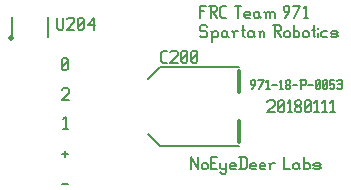
<source format=gbr>
G04 start of page 8 for group -4079 idx -4079 *
G04 Title: led, topsilk *
G04 Creator: pcb 20140316 *
G04 CreationDate: Fri 12 Jan 2018 06:22:56 AM GMT UTC *
G04 For: brian *
G04 Format: Gerber/RS-274X *
G04 PCB-Dimensions (mil): 6000.00 5000.00 *
G04 PCB-Coordinate-Origin: lower left *
%MOIN*%
%FSLAX25Y25*%
%LNTOPSILK*%
%ADD55C,0.0120*%
%ADD54C,0.0200*%
%ADD53C,0.0080*%
G54D53*X70500Y380060D02*X72460D01*
X70500Y390060D02*X72460D01*
X71480Y391040D02*Y389080D01*
X139000Y407530D02*X139490Y408020D01*
X140960D01*
X141450Y407530D01*
Y406550D01*
X139000Y404100D02*X141450Y406550D01*
X139000Y404100D02*X141450D01*
X142626Y404590D02*X143116Y404100D01*
X142626Y407530D02*Y404590D01*
Y407530D02*X143116Y408020D01*
X144096D01*
X144586Y407530D01*
Y404590D01*
X144096Y404100D02*X144586Y404590D01*
X143116Y404100D02*X144096D01*
X142626Y405080D02*X144586Y407040D01*
X145762Y407236D02*X146546Y408020D01*
Y404100D01*
X145762D02*X147232D01*
X148408Y404590D02*X148898Y404100D01*
X148408Y405374D02*Y404590D01*
Y405374D02*X149094Y406060D01*
X149682D01*
X150368Y405374D01*
Y404590D01*
X149878Y404100D02*X150368Y404590D01*
X148898Y404100D02*X149878D01*
X148408Y406746D02*X149094Y406060D01*
X148408Y407530D02*Y406746D01*
Y407530D02*X148898Y408020D01*
X149878D01*
X150368Y407530D01*
Y406746D01*
X149682Y406060D02*X150368Y406746D01*
X151544Y404590D02*X152034Y404100D01*
X151544Y407530D02*Y404590D01*
Y407530D02*X152034Y408020D01*
X153014D01*
X153504Y407530D01*
Y404590D01*
X153014Y404100D02*X153504Y404590D01*
X152034Y404100D02*X153014D01*
X151544Y405080D02*X153504Y407040D01*
X154680Y407236D02*X155464Y408020D01*
Y404100D01*
X154680D02*X156150D01*
X157326Y407236D02*X158110Y408020D01*
Y404100D01*
X157326D02*X158796D01*
X159972Y407236D02*X160756Y408020D01*
Y404100D01*
X159972D02*X161442D01*
X133875Y411750D02*X135000Y413250D01*
Y414375D02*Y413250D01*
X134625Y414750D02*X135000Y414375D01*
X133875Y414750D02*X134625D01*
X133500Y414375D02*X133875Y414750D01*
X133500Y414375D02*Y413625D01*
X133875Y413250D01*
X135000D01*
X136275Y411750D02*X137775Y414750D01*
X135900D02*X137775D01*
X138675Y414150D02*X139275Y414750D01*
Y411750D01*
X138675D02*X139800D01*
X140700Y413250D02*X142200D01*
X143100Y414150D02*X143700Y414750D01*
Y411750D01*
X143100D02*X144225D01*
X145125Y412125D02*X145500Y411750D01*
X145125Y412725D02*Y412125D01*
Y412725D02*X145650Y413250D01*
X146100D01*
X146625Y412725D01*
Y412125D01*
X146250Y411750D02*X146625Y412125D01*
X145500Y411750D02*X146250D01*
X145125Y413775D02*X145650Y413250D01*
X145125Y414375D02*Y413775D01*
Y414375D02*X145500Y414750D01*
X146250D01*
X146625Y414375D01*
Y413775D01*
X146100Y413250D02*X146625Y413775D01*
X147525Y413250D02*X149025D01*
X150300Y414750D02*Y411750D01*
X149925Y414750D02*X151425D01*
X151800Y414375D01*
Y413625D01*
X151425Y413250D02*X151800Y413625D01*
X150300Y413250D02*X151425D01*
X152700D02*X154200D01*
X155100Y412125D02*X155475Y411750D01*
X155100Y414375D02*Y412125D01*
Y414375D02*X155475Y414750D01*
X156225D01*
X156600Y414375D01*
Y412125D01*
X156225Y411750D02*X156600Y412125D01*
X155475Y411750D02*X156225D01*
X155100Y412500D02*X156600Y414000D01*
X157500Y412125D02*X157875Y411750D01*
X157500Y414375D02*Y412125D01*
Y414375D02*X157875Y414750D01*
X158625D01*
X159000Y414375D01*
Y412125D01*
X158625Y411750D02*X159000Y412125D01*
X157875Y411750D02*X158625D01*
X157500Y412500D02*X159000Y414000D01*
X159900Y414750D02*X161400D01*
X159900D02*Y413250D01*
X160275Y413625D01*
X161025D01*
X161400Y413250D01*
Y412125D01*
X161025Y411750D02*X161400Y412125D01*
X160275Y411750D02*X161025D01*
X159900Y412125D02*X160275Y411750D01*
X162300Y414375D02*X162675Y414750D01*
X163425D01*
X163800Y414375D01*
X163425Y411750D02*X163800Y412125D01*
X162675Y411750D02*X163425D01*
X162300Y412125D02*X162675Y411750D01*
Y413400D02*X163425D01*
X163800Y414375D02*Y413775D01*
Y413025D02*Y412125D01*
Y413025D02*X163425Y413400D01*
X163800Y413775D02*X163425Y413400D01*
X116500Y439520D02*Y435600D01*
Y439520D02*X118460D01*
X116500Y437756D02*X117970D01*
X119636Y439520D02*X121596D01*
X122086Y439030D01*
Y438050D01*
X121596Y437560D02*X122086Y438050D01*
X120126Y437560D02*X121596D01*
X120126Y439520D02*Y435600D01*
X120910Y437560D02*X122086Y435600D01*
X123948D02*X125222D01*
X123262Y436286D02*X123948Y435600D01*
X123262Y438834D02*Y436286D01*
Y438834D02*X123948Y439520D01*
X125222D01*
X128162D02*X130122D01*
X129142D02*Y435600D01*
X131788D02*X133258D01*
X131298Y436090D02*X131788Y435600D01*
X131298Y437070D02*Y436090D01*
Y437070D02*X131788Y437560D01*
X132768D01*
X133258Y437070D01*
X131298Y436580D02*X133258D01*
Y437070D02*Y436580D01*
X135904Y437560D02*X136394Y437070D01*
X134924Y437560D02*X135904D01*
X134434Y437070D02*X134924Y437560D01*
X134434Y437070D02*Y436090D01*
X134924Y435600D01*
X136394Y437560D02*Y436090D01*
X136884Y435600D01*
X134924D02*X135904D01*
X136394Y436090D01*
X138550Y437070D02*Y435600D01*
Y437070D02*X139040Y437560D01*
X139530D01*
X140020Y437070D01*
Y435600D01*
Y437070D02*X140510Y437560D01*
X141000D01*
X141490Y437070D01*
Y435600D01*
X138060Y437560D02*X138550Y437070D01*
X144920Y435600D02*X146390Y437560D01*
Y439030D02*Y437560D01*
X145900Y439520D02*X146390Y439030D01*
X144920Y439520D02*X145900D01*
X144430Y439030D02*X144920Y439520D01*
X144430Y439030D02*Y438050D01*
X144920Y437560D01*
X146390D01*
X148056Y435600D02*X150016Y439520D01*
X147566D02*X150016D01*
X151192Y438736D02*X151976Y439520D01*
Y435600D01*
X151192D02*X152662D01*
X118460Y433020D02*X118950Y432530D01*
X116990Y433020D02*X118460D01*
X116500Y432530D02*X116990Y433020D01*
X116500Y432530D02*Y431550D01*
X116990Y431060D01*
X118460D01*
X118950Y430570D01*
Y429590D01*
X118460Y429100D02*X118950Y429590D01*
X116990Y429100D02*X118460D01*
X116500Y429590D02*X116990Y429100D01*
X120616Y430570D02*Y427630D01*
X120126Y431060D02*X120616Y430570D01*
X121106Y431060D01*
X122086D01*
X122576Y430570D01*
Y429590D01*
X122086Y429100D02*X122576Y429590D01*
X121106Y429100D02*X122086D01*
X120616Y429590D02*X121106Y429100D01*
X125222Y431060D02*X125712Y430570D01*
X124242Y431060D02*X125222D01*
X123752Y430570D02*X124242Y431060D01*
X123752Y430570D02*Y429590D01*
X124242Y429100D01*
X125712Y431060D02*Y429590D01*
X126202Y429100D01*
X124242D02*X125222D01*
X125712Y429590D01*
X127868Y430570D02*Y429100D01*
Y430570D02*X128358Y431060D01*
X129338D01*
X127378D02*X127868Y430570D01*
X131004Y433020D02*Y429590D01*
X131494Y429100D01*
X130514Y431550D02*X131494D01*
X133944Y431060D02*X134434Y430570D01*
X132964Y431060D02*X133944D01*
X132474Y430570D02*X132964Y431060D01*
X132474Y430570D02*Y429590D01*
X132964Y429100D01*
X134434Y431060D02*Y429590D01*
X134924Y429100D01*
X132964D02*X133944D01*
X134434Y429590D01*
X136590Y430570D02*Y429100D01*
Y430570D02*X137080Y431060D01*
X137570D01*
X138060Y430570D01*
Y429100D01*
X136100Y431060D02*X136590Y430570D01*
X141000Y433020D02*X142960D01*
X143450Y432530D01*
Y431550D01*
X142960Y431060D02*X143450Y431550D01*
X141490Y431060D02*X142960D01*
X141490Y433020D02*Y429100D01*
X142274Y431060D02*X143450Y429100D01*
X144626Y430570D02*Y429590D01*
Y430570D02*X145116Y431060D01*
X146096D01*
X146586Y430570D01*
Y429590D01*
X146096Y429100D02*X146586Y429590D01*
X145116Y429100D02*X146096D01*
X144626Y429590D02*X145116Y429100D01*
X147762Y433020D02*Y429100D01*
Y429590D02*X148252Y429100D01*
X149232D01*
X149722Y429590D01*
Y430570D02*Y429590D01*
X149232Y431060D02*X149722Y430570D01*
X148252Y431060D02*X149232D01*
X147762Y430570D02*X148252Y431060D01*
X150898Y430570D02*Y429590D01*
Y430570D02*X151388Y431060D01*
X152368D01*
X152858Y430570D01*
Y429590D01*
X152368Y429100D02*X152858Y429590D01*
X151388Y429100D02*X152368D01*
X150898Y429590D02*X151388Y429100D01*
X154524Y433020D02*Y429590D01*
X155014Y429100D01*
X154034Y431550D02*X155014D01*
X155994Y432040D02*Y431942D01*
Y430570D02*Y429100D01*
X157464Y431060D02*X158934D01*
X156974Y430570D02*X157464Y431060D01*
X156974Y430570D02*Y429590D01*
X157464Y429100D01*
X158934D01*
X160600D02*X162070D01*
X162560Y429590D01*
X162070Y430080D02*X162560Y429590D01*
X160600Y430080D02*X162070D01*
X160110Y430570D02*X160600Y430080D01*
X160110Y430570D02*X160600Y431060D01*
X162070D01*
X162560Y430570D01*
X160110Y429590D02*X160600Y429100D01*
X113500Y389020D02*Y385100D01*
Y389020D02*X115950Y385100D01*
Y389020D02*Y385100D01*
X117126Y386570D02*Y385590D01*
Y386570D02*X117616Y387060D01*
X118596D01*
X119086Y386570D01*
Y385590D01*
X118596Y385100D02*X119086Y385590D01*
X117616Y385100D02*X118596D01*
X117126Y385590D02*X117616Y385100D01*
X120262Y387256D02*X121732D01*
X120262Y385100D02*X122222D01*
X120262Y389020D02*Y385100D01*
Y389020D02*X122222D01*
X123398Y387060D02*Y385590D01*
X123888Y385100D01*
X125358Y387060D02*Y384120D01*
X124868Y383630D02*X125358Y384120D01*
X123888Y383630D02*X124868D01*
X123398Y384120D02*X123888Y383630D01*
Y385100D02*X124868D01*
X125358Y385590D01*
X127024Y385100D02*X128494D01*
X126534Y385590D02*X127024Y385100D01*
X126534Y386570D02*Y385590D01*
Y386570D02*X127024Y387060D01*
X128004D01*
X128494Y386570D01*
X126534Y386080D02*X128494D01*
Y386570D02*Y386080D01*
X130160Y389020D02*Y385100D01*
X131434Y389020D02*X132120Y388334D01*
Y385786D01*
X131434Y385100D02*X132120Y385786D01*
X129670Y385100D02*X131434D01*
X129670Y389020D02*X131434D01*
X133786Y385100D02*X135256D01*
X133296Y385590D02*X133786Y385100D01*
X133296Y386570D02*Y385590D01*
Y386570D02*X133786Y387060D01*
X134766D01*
X135256Y386570D01*
X133296Y386080D02*X135256D01*
Y386570D02*Y386080D01*
X136922Y385100D02*X138392D01*
X136432Y385590D02*X136922Y385100D01*
X136432Y386570D02*Y385590D01*
Y386570D02*X136922Y387060D01*
X137902D01*
X138392Y386570D01*
X136432Y386080D02*X138392D01*
Y386570D02*Y386080D01*
X140058Y386570D02*Y385100D01*
Y386570D02*X140548Y387060D01*
X141528D01*
X139568D02*X140058Y386570D01*
X144468Y389020D02*Y385100D01*
X146428D01*
X149074Y387060D02*X149564Y386570D01*
X148094Y387060D02*X149074D01*
X147604Y386570D02*X148094Y387060D01*
X147604Y386570D02*Y385590D01*
X148094Y385100D01*
X149564Y387060D02*Y385590D01*
X150054Y385100D01*
X148094D02*X149074D01*
X149564Y385590D01*
X151230Y389020D02*Y385100D01*
Y385590D02*X151720Y385100D01*
X152700D01*
X153190Y385590D01*
Y386570D02*Y385590D01*
X152700Y387060D02*X153190Y386570D01*
X151720Y387060D02*X152700D01*
X151230Y386570D02*X151720Y387060D01*
X154856Y385100D02*X156326D01*
X156816Y385590D01*
X156326Y386080D02*X156816Y385590D01*
X154856Y386080D02*X156326D01*
X154366Y386570D02*X154856Y386080D01*
X154366Y386570D02*X154856Y387060D01*
X156326D01*
X156816Y386570D01*
X154366Y385590D02*X154856Y385100D01*
X71000Y401736D02*X71784Y402520D01*
Y398600D01*
X71000D02*X72470D01*
X70500Y411530D02*X70990Y412020D01*
X72460D01*
X72950Y411530D01*
Y410550D01*
X70500Y408100D02*X72950Y410550D01*
X70500Y408100D02*X72950D01*
X70500Y418590D02*X70990Y418100D01*
X70500Y421530D02*Y418590D01*
Y421530D02*X70990Y422020D01*
X71970D01*
X72460Y421530D01*
Y418590D01*
X71970Y418100D02*X72460Y418590D01*
X70990Y418100D02*X71970D01*
X70500Y419080D02*X72460Y421040D01*
G54D54*X53701Y428957D03*
G54D53*X66004Y429055D02*Y435945D01*
X53996Y429055D02*Y435945D01*
G54D55*X129492Y417811D02*Y410724D01*
Y401276D02*Y394189D01*
G54D53*X103311Y419189D02*X129689D01*
X103311Y392811D02*X129689D01*
X103311D02*X99374Y396748D01*
X103311Y419189D02*X99374Y415252D01*
X104200Y420500D02*X105500D01*
X103500Y421200D02*X104200Y420500D01*
X103500Y423800D02*Y421200D01*
Y423800D02*X104200Y424500D01*
X105500D01*
X106700Y424000D02*X107200Y424500D01*
X108700D01*
X109200Y424000D01*
Y423000D01*
X106700Y420500D02*X109200Y423000D01*
X106700Y420500D02*X109200D01*
X110400Y421000D02*X110900Y420500D01*
X110400Y424000D02*Y421000D01*
Y424000D02*X110900Y424500D01*
X111900D01*
X112400Y424000D01*
Y421000D01*
X111900Y420500D02*X112400Y421000D01*
X110900Y420500D02*X111900D01*
X110400Y421500D02*X112400Y423500D01*
X113600Y421000D02*X114100Y420500D01*
X113600Y424000D02*Y421000D01*
Y424000D02*X114100Y424500D01*
X115100D01*
X115600Y424000D01*
Y421000D01*
X115100Y420500D02*X115600Y421000D01*
X114100Y420500D02*X115100D01*
X113600Y421500D02*X115600Y423500D01*
X69000Y435500D02*Y432000D01*
X69500Y431500D01*
X70500D01*
X71000Y432000D01*
Y435500D02*Y432000D01*
X72200Y435000D02*X72700Y435500D01*
X74200D01*
X74700Y435000D01*
Y434000D01*
X72200Y431500D02*X74700Y434000D01*
X72200Y431500D02*X74700D01*
X75900Y432000D02*X76400Y431500D01*
X75900Y435000D02*Y432000D01*
Y435000D02*X76400Y435500D01*
X77400D01*
X77900Y435000D01*
Y432000D01*
X77400Y431500D02*X77900Y432000D01*
X76400Y431500D02*X77400D01*
X75900Y432500D02*X77900Y434500D01*
X79100Y433000D02*X81100Y435500D01*
X79100Y433000D02*X81600D01*
X81100Y435500D02*Y431500D01*
M02*

</source>
